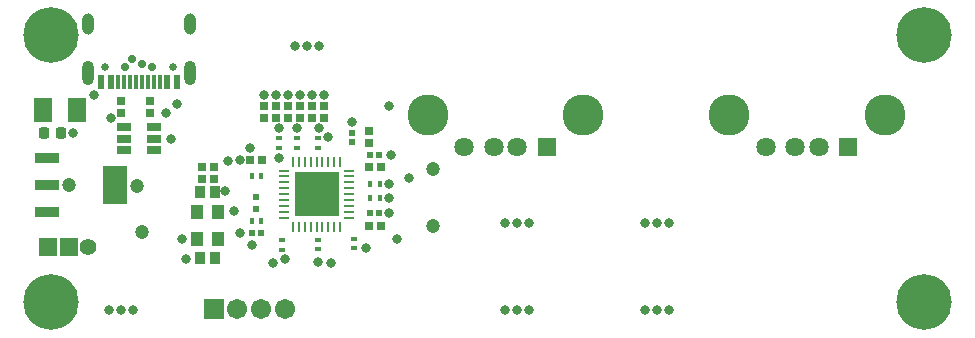
<source format=gts>
G04*
G04 #@! TF.GenerationSoftware,Altium Limited,Altium Designer,23.5.1 (21)*
G04*
G04 Layer_Color=8388736*
%FSLAX44Y44*%
%MOMM*%
G71*
G04*
G04 #@! TF.SameCoordinates,2BC34154-30F2-4EB8-A0CA-646768C512BA*
G04*
G04*
G04 #@! TF.FilePolarity,Negative*
G04*
G01*
G75*
%ADD13R,0.4000X0.5000*%
%ADD14R,0.5000X0.4000*%
%ADD17R,0.5153X0.4725*%
%ADD18R,0.4725X0.5153*%
%ADD19R,3.7000X3.7000*%
%ADD20R,0.9000X0.2800*%
%ADD21R,0.2800X0.9000*%
%ADD23R,1.0500X1.3000*%
%ADD25R,0.6000X0.5000*%
%ADD26R,0.3000X1.1500*%
%ADD27R,0.6000X1.1500*%
%ADD29R,2.1500X0.9500*%
%ADD30R,2.1500X3.2500*%
%ADD31R,1.5781X1.5562*%
%ADD33R,0.7032X0.8032*%
%ADD34R,0.8032X0.7032*%
%ADD35R,0.9532X1.0532*%
%ADD36R,1.5032X2.0532*%
%ADD37R,1.3032X0.8032*%
G04:AMPARAMS|DCode=38|XSize=0.9632mm|YSize=0.8636mm|CornerRadius=0.1842mm|HoleSize=0mm|Usage=FLASHONLY|Rotation=90.000|XOffset=0mm|YOffset=0mm|HoleType=Round|Shape=RoundedRectangle|*
%AMROUNDEDRECTD38*
21,1,0.9632,0.4953,0,0,90.0*
21,1,0.5949,0.8636,0,0,90.0*
1,1,0.3683,0.2477,0.2975*
1,1,0.3683,0.2477,-0.2975*
1,1,0.3683,-0.2477,-0.2975*
1,1,0.3683,-0.2477,0.2975*
%
%ADD38ROUNDEDRECTD38*%
%ADD39R,1.6312X1.6312*%
%ADD40C,1.6312*%
%ADD41C,3.4792*%
%ADD42C,4.7032*%
G04:AMPARAMS|DCode=43|XSize=1mm|YSize=1.8mm|CornerRadius=0.5mm|HoleSize=0mm|Usage=FLASHONLY|Rotation=180.000|XOffset=0mm|YOffset=0mm|HoleType=Round|Shape=RoundedRectangle|*
%AMROUNDEDRECTD43*
21,1,1.0000,0.8000,0,0,180.0*
21,1,0.0000,1.8000,0,0,180.0*
1,1,1.0000,0.0000,0.4000*
1,1,1.0000,0.0000,0.4000*
1,1,1.0000,0.0000,-0.4000*
1,1,1.0000,0.0000,-0.4000*
%
%ADD43ROUNDEDRECTD43*%
G04:AMPARAMS|DCode=44|XSize=1mm|YSize=2.1mm|CornerRadius=0.5mm|HoleSize=0mm|Usage=FLASHONLY|Rotation=180.000|XOffset=0mm|YOffset=0mm|HoleType=Round|Shape=RoundedRectangle|*
%AMROUNDEDRECTD44*
21,1,1.0000,1.1000,0,0,180.0*
21,1,0.0000,2.1000,0,0,180.0*
1,1,1.0000,0.0000,0.5500*
1,1,1.0000,0.0000,0.5500*
1,1,1.0000,0.0000,-0.5500*
1,1,1.0000,0.0000,-0.5500*
%
%ADD44ROUNDEDRECTD44*%
%ADD45C,0.6500*%
%ADD46C,1.7032*%
%ADD47R,1.7032X1.7032*%
%ADD48C,0.8032*%
%ADD49C,1.2032*%
%ADD50C,0.7032*%
%ADD51C,1.4032*%
D13*
X502950Y1117600D02*
D03*
X494950D02*
D03*
X394780Y1123950D02*
D03*
X402780D02*
D03*
Y1085850D02*
D03*
X394780D02*
D03*
X502950Y1105260D02*
D03*
X494950D02*
D03*
D14*
X417830Y1155890D02*
D03*
Y1147890D02*
D03*
X450850D02*
D03*
Y1155890D02*
D03*
X433070D02*
D03*
Y1147890D02*
D03*
X481330Y1070800D02*
D03*
Y1062800D02*
D03*
X450880Y1061890D02*
D03*
Y1069890D02*
D03*
X420370Y1069530D02*
D03*
Y1061530D02*
D03*
D17*
X502736Y1092429D02*
D03*
X495164D02*
D03*
X502736Y1142078D02*
D03*
X495164D02*
D03*
X402566Y1075690D02*
D03*
X394994D02*
D03*
D18*
X479770Y1160756D02*
D03*
Y1153184D02*
D03*
D19*
X449610Y1108710D02*
D03*
D20*
X422110Y1088710D02*
D03*
Y1093710D02*
D03*
Y1098710D02*
D03*
Y1103710D02*
D03*
Y1108710D02*
D03*
Y1113710D02*
D03*
Y1118710D02*
D03*
Y1123710D02*
D03*
Y1128710D02*
D03*
X477110D02*
D03*
Y1123710D02*
D03*
Y1118710D02*
D03*
Y1113710D02*
D03*
Y1108710D02*
D03*
Y1103710D02*
D03*
Y1098710D02*
D03*
Y1093710D02*
D03*
Y1088710D02*
D03*
D21*
X429610Y1136210D02*
D03*
X434610D02*
D03*
X439610D02*
D03*
X444610D02*
D03*
X449610D02*
D03*
X454610D02*
D03*
X459610D02*
D03*
X464610D02*
D03*
X469610D02*
D03*
Y1081210D02*
D03*
X464610D02*
D03*
X459610D02*
D03*
X454610D02*
D03*
X449610D02*
D03*
X444610D02*
D03*
X439610D02*
D03*
X434610D02*
D03*
X429610D02*
D03*
D23*
X366300Y1070900D02*
D03*
Y1093900D02*
D03*
X348800D02*
D03*
Y1070900D02*
D03*
D25*
X398780Y1096090D02*
D03*
Y1106090D02*
D03*
D26*
X296700Y1203738D02*
D03*
X301700D02*
D03*
X281700D02*
D03*
X286700D02*
D03*
X291700D02*
D03*
X306700D02*
D03*
X316700D02*
D03*
X311700D02*
D03*
D27*
X267200D02*
D03*
X331200D02*
D03*
X323200D02*
D03*
X275200D02*
D03*
D29*
X221190Y1139330D02*
D03*
Y1116330D02*
D03*
Y1093330D02*
D03*
D30*
X279190Y1116330D02*
D03*
D31*
X222499Y1064260D02*
D03*
X239781D02*
D03*
D33*
X362476Y1131508D02*
D03*
X352476D02*
D03*
X403780Y1137960D02*
D03*
X393700D02*
D03*
X362464Y1121410D02*
D03*
X352464D02*
D03*
X494030Y1082040D02*
D03*
X504110D02*
D03*
X493870Y1131930D02*
D03*
X503950D02*
D03*
D34*
X435610Y1173560D02*
D03*
Y1183640D02*
D03*
X455930Y1173560D02*
D03*
Y1183640D02*
D03*
X494030Y1161970D02*
D03*
Y1151890D02*
D03*
X445770Y1173560D02*
D03*
Y1183640D02*
D03*
X425450Y1183560D02*
D03*
Y1173480D02*
D03*
X405130Y1173560D02*
D03*
Y1183640D02*
D03*
X415290Y1173480D02*
D03*
Y1183560D02*
D03*
X308610Y1187370D02*
D03*
Y1177370D02*
D03*
X284480Y1187370D02*
D03*
Y1177370D02*
D03*
D35*
X363714Y1110818D02*
D03*
X351214Y1110818D02*
D03*
X351300Y1054460D02*
D03*
X363800Y1054460D02*
D03*
D36*
X246410Y1179830D02*
D03*
X218410D02*
D03*
D37*
X286700Y1155700D02*
D03*
Y1165200D02*
D03*
X311700D02*
D03*
Y1155700D02*
D03*
Y1146200D02*
D03*
X286700D02*
D03*
D38*
X233060Y1160780D02*
D03*
X219060D02*
D03*
D39*
X644460Y1148900D02*
D03*
X899870D02*
D03*
D40*
X619460D02*
D03*
X599460D02*
D03*
X574460D02*
D03*
X829870D02*
D03*
X854870D02*
D03*
X874870D02*
D03*
D41*
X675160Y1176000D02*
D03*
X543760D02*
D03*
X799170D02*
D03*
X930570D02*
D03*
D42*
X224790Y1017270D02*
D03*
X963930Y1243330D02*
D03*
Y1017270D02*
D03*
X224790Y1243330D02*
D03*
D43*
X342400Y1252988D02*
D03*
X256000D02*
D03*
D44*
X342400Y1211189D02*
D03*
X256000D02*
D03*
D45*
X328100Y1216188D02*
D03*
X270300D02*
D03*
D46*
X402590Y1011770D02*
D03*
X382590D02*
D03*
X422590D02*
D03*
D47*
X362590D02*
D03*
D48*
X417830Y1139190D02*
D03*
X432800Y1164590D02*
D03*
X510730Y1117640D02*
D03*
X459740Y1156970D02*
D03*
X417465Y1164360D02*
D03*
X415290Y1192530D02*
D03*
X393700Y1148080D02*
D03*
X435610Y1192530D02*
D03*
X425450D02*
D03*
X405130D02*
D03*
X445770D02*
D03*
X455930D02*
D03*
X451700Y1164590D02*
D03*
X528320Y1122680D02*
D03*
X518160Y1070610D02*
D03*
X491490Y1062990D02*
D03*
X384810Y1137920D02*
D03*
X374650Y1136650D02*
D03*
X394970Y1065530D02*
D03*
X479770Y1169380D02*
D03*
X512622Y1142248D02*
D03*
X510590Y1183690D02*
D03*
X510730Y1092429D02*
D03*
X326390Y1155700D02*
D03*
X243840Y1160780D02*
D03*
X372474Y1111130D02*
D03*
X335730Y1070610D02*
D03*
X339468Y1054027D02*
D03*
X379601Y1094101D02*
D03*
X384810Y1075690D02*
D03*
X727710Y1010920D02*
D03*
X748030D02*
D03*
X737870D02*
D03*
X462280Y1050290D02*
D03*
X412750D02*
D03*
X450955Y1051560D02*
D03*
X431800Y1234440D02*
D03*
X441960D02*
D03*
X452120D02*
D03*
X261620Y1192530D02*
D03*
X422910Y1054100D02*
D03*
X510730Y1105260D02*
D03*
X619760Y1084580D02*
D03*
X629920D02*
D03*
X609600D02*
D03*
X727710D02*
D03*
X737870D02*
D03*
X449654Y1122710D02*
D03*
X435610D02*
D03*
X463610D02*
D03*
Y1108710D02*
D03*
X435610D02*
D03*
X449610D02*
D03*
X435610Y1094710D02*
D03*
X449610D02*
D03*
X463610D02*
D03*
X748030Y1084580D02*
D03*
X284480Y1010920D02*
D03*
X294640D02*
D03*
X274320D02*
D03*
X275189Y1172994D02*
D03*
X322580Y1177290D02*
D03*
X629920Y1010920D02*
D03*
X619760D02*
D03*
X609600D02*
D03*
X331336Y1185044D02*
D03*
D49*
X548640Y1082040D02*
D03*
Y1130300D02*
D03*
X297595Y1115848D02*
D03*
X301610Y1076612D02*
D03*
X240030Y1116330D02*
D03*
D50*
X302000Y1219200D02*
D03*
X287504Y1216043D02*
D03*
X309900Y1216320D02*
D03*
X293589Y1222820D02*
D03*
D51*
X256540Y1064260D02*
D03*
M02*

</source>
